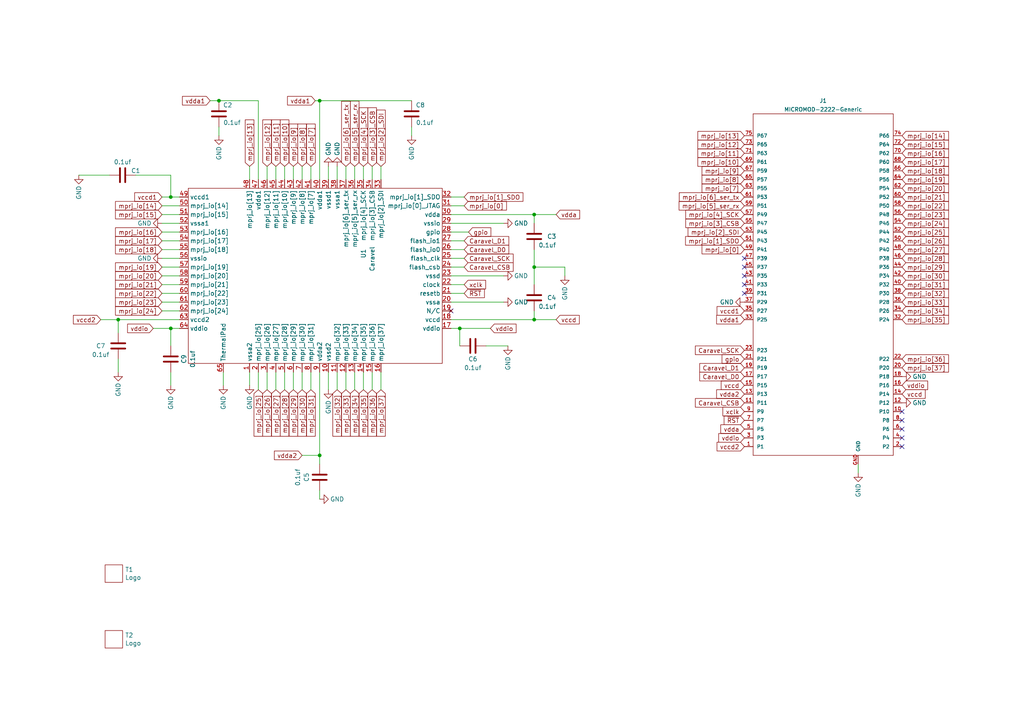
<source format=kicad_sch>
(kicad_sch (version 20230121) (generator eeschema)
  (paper "A4")
  (title_block (title "Carvel Breakout board as M.2 Card "))
  (lib_symbols
    (symbol "Caravel:Logo" (pin_names (offset 1.016))
      (property "Reference" "T" (at -1.27 2.54 0))
      (property "Value" "Logo" (at 1.27 -1.27 0))
      (symbol "Logo_0_1"
        (rectangle (start -1.27 1.27) (end 3.81 -3.81))
      )
    )
    (symbol "Caravel_board:Caravel"
      (property "Reference" "U" (at 0 0 0))
      (property "Value" "Caravel" (at 0 0 0))
      (symbol "Caravel_0_1"
        (rectangle (start -26.67 40.64) (end 24.13 -33.02))
      )
      (symbol "Caravel_1_1"
        (pin power_in line (at -29.21 22.86 0) (length 2.54) (name "vssa2") (number "1"))
        (pin power_in line (at -29.21 0 0) (length 2.54) (name "vssd2") (number "10"))
        (pin bidirectional line (at -29.21 -2.54 0) (length 2.54) (name "mprj_io[32]") (number "11"))
        (pin bidirectional line (at -29.21 -5.08 0) (length 2.54) (name "mprj_io[33]") (number "12"))
        (pin bidirectional line (at -29.21 -7.62 0) (length 2.54) (name "mprj_io[34]") (number "13"))
        (pin bidirectional line (at -29.21 -10.16 0) (length 2.54) (name "mprj_io[35]") (number "14"))
        (pin bidirectional line (at -29.21 -12.7 0) (length 2.54) (name "mprj_io[36]") (number "15"))
        (pin bidirectional line (at -29.21 -15.24 0) (length 2.54) (name "mprj_io[37]") (number "16"))
        (pin power_in line (at -16.51 -35.56 90) (length 2.54) (name "vddio") (number "17"))
        (pin power_in line (at -13.97 -35.56 90) (length 2.54) (name "vccd") (number "18"))
        (pin no_connect line (at -11.43 -35.56 90) (length 2.54) (name "N/C") (number "19"))
        (pin bidirectional line (at -29.21 20.32 0) (length 2.54) (name "mprj_io[25]") (number "2"))
        (pin power_in line (at -8.89 -35.56 90) (length 2.54) (name "vssa") (number "20"))
        (pin input line (at -6.35 -35.56 90) (length 2.54) (name "resetb") (number "21"))
        (pin input line (at -3.81 -35.56 90) (length 2.54) (name "clock") (number "22"))
        (pin power_in line (at -1.27 -35.56 90) (length 2.54) (name "vssd") (number "23"))
        (pin output line (at 1.27 -35.56 90) (length 2.54) (name "flash_csb") (number "24"))
        (pin output line (at 3.81 -35.56 90) (length 2.54) (name "flash_clk") (number "25"))
        (pin bidirectional line (at 6.35 -35.56 90) (length 2.54) (name "flash_io0") (number "26"))
        (pin bidirectional line (at 8.89 -35.56 90) (length 2.54) (name "flash_io1") (number "27"))
        (pin bidirectional line (at 11.43 -35.56 90) (length 2.54) (name "gpio") (number "28"))
        (pin power_in line (at 13.97 -35.56 90) (length 2.54) (name "vssio") (number "29"))
        (pin bidirectional line (at -29.21 17.78 0) (length 2.54) (name "mprj_io[26]") (number "3"))
        (pin power_in line (at 16.51 -35.56 90) (length 2.54) (name "vdda") (number "30"))
        (pin bidirectional line (at 19.05 -35.56 90) (length 2.54) (name "mprj_io[0]_JTAG") (number "31"))
        (pin bidirectional line (at 21.59 -35.56 90) (length 2.54) (name "mprj_io[1]_SDO") (number "32"))
        (pin bidirectional line (at 26.67 -15.24 180) (length 2.54) (name "mprj_io[2]_SDI") (number "33"))
        (pin bidirectional line (at 26.67 -12.7 180) (length 2.54) (name "mprj_io[3]_CSB") (number "34"))
        (pin bidirectional line (at 26.67 -10.16 180) (length 2.54) (name "mprj_io[4]_SCK") (number "35"))
        (pin bidirectional line (at 26.67 -7.62 180) (length 2.54) (name "mprj_io[5]_ser_rx") (number "36"))
        (pin bidirectional line (at 26.67 -5.08 180) (length 2.54) (name "mprj_io[6]_ser_tx") (number "37"))
        (pin power_in line (at 26.67 -2.54 180) (length 2.54) (name "vssa1") (number "38"))
        (pin power_in line (at 26.67 0 180) (length 2.54) (name "vssd1") (number "39"))
        (pin bidirectional line (at -29.21 15.24 0) (length 2.54) (name "mprj_io[27]") (number "4"))
        (pin power_in line (at 26.67 2.54 180) (length 2.54) (name "vdda1") (number "40"))
        (pin bidirectional line (at 26.67 5.08 180) (length 2.54) (name "mprj_io[7]") (number "41"))
        (pin bidirectional line (at 26.67 7.62 180) (length 2.54) (name "mprj_io[8]") (number "42"))
        (pin bidirectional line (at 26.67 10.16 180) (length 2.54) (name "mprj_io[9]") (number "43"))
        (pin bidirectional line (at 26.67 12.7 180) (length 2.54) (name "mprj_io[10]") (number "44"))
        (pin bidirectional line (at 26.67 15.24 180) (length 2.54) (name "mprj_io[11]") (number "45"))
        (pin bidirectional line (at 26.67 17.78 180) (length 2.54) (name "mprj_io[12]") (number "46"))
        (pin power_in line (at 26.67 20.32 180) (length 2.54) (name "vdda1") (number "47"))
        (pin bidirectional line (at 26.67 22.86 180) (length 2.54) (name "mprj_io[13]") (number "48"))
        (pin power_in line (at 21.59 43.18 270) (length 2.54) (name "vccd1") (number "49"))
        (pin bidirectional line (at -29.21 12.7 0) (length 2.54) (name "mprj_io[28]") (number "5"))
        (pin bidirectional line (at 19.05 43.18 270) (length 2.54) (name "mprj_io[14]") (number "50"))
        (pin bidirectional line (at 16.51 43.18 270) (length 2.54) (name "mprj_io[15]") (number "51"))
        (pin power_in line (at 13.97 43.18 270) (length 2.54) (name "vssa1") (number "52"))
        (pin bidirectional line (at 11.43 43.18 270) (length 2.54) (name "mprj_io[16]") (number "53"))
        (pin bidirectional line (at 8.89 43.18 270) (length 2.54) (name "mprj_io[17]") (number "54"))
        (pin bidirectional line (at 6.35 43.18 270) (length 2.54) (name "mprj_io[18]") (number "55"))
        (pin power_in line (at 3.81 43.18 270) (length 2.54) (name "vssio") (number "56"))
        (pin bidirectional line (at 1.27 43.18 270) (length 2.54) (name "mprj_io[19]") (number "57"))
        (pin bidirectional line (at -1.27 43.18 270) (length 2.54) (name "mprj_io[20]") (number "58"))
        (pin bidirectional line (at -3.81 43.18 270) (length 2.54) (name "mprj_io[21]") (number "59"))
        (pin bidirectional line (at -29.21 10.16 0) (length 2.54) (name "mprj_io[29]") (number "6"))
        (pin bidirectional line (at -6.35 43.18 270) (length 2.54) (name "mprj_io[22]") (number "60"))
        (pin bidirectional line (at -8.89 43.18 270) (length 2.54) (name "mprj_io[23]") (number "61"))
        (pin bidirectional line (at -11.43 43.18 270) (length 2.54) (name "mprj_io[24]") (number "62"))
        (pin power_in line (at -13.97 43.18 270) (length 2.54) (name "vccd2") (number "63"))
        (pin power_in line (at -16.51 43.18 270) (length 2.54) (name "vddio") (number "64"))
        (pin power_in line (at -29.21 30.48 0) (length 2.54) (name "ThermalPad") (number "65"))
        (pin bidirectional line (at -29.21 7.62 0) (length 2.54) (name "mprj_io[30]") (number "7"))
        (pin bidirectional line (at -29.21 5.08 0) (length 2.54) (name "mprj_io[31]") (number "8"))
        (pin power_in line (at -29.21 2.54 0) (length 2.54) (name "vdda2") (number "9"))
      )
    )
    (symbol "Device:C" (pin_numbers hide) (pin_names (offset 0.254))
      (property "Reference" "C" (at 0.635 2.54 0))
      (property "Value" "C" (at 0.635 -2.54 0))
      (symbol "C_0_1"
        (polyline (pts (xy -2.032 -0.762) (xy 2.032 -0.762)) (stroke (width 0.508)))
        (polyline (pts (xy -2.032 0.762) (xy 2.032 0.762)) (stroke (width 0.508)))
      )
      (symbol "C_1_1"
        (pin passive line (at 0 3.81 270) (length 2.794) (name "~") (number "1"))
        (pin passive line (at 0 -3.81 90) (length 2.794) (name "~") (number "2"))
      )
    )
    (symbol "MicroMod-Sparkfun:MICROMOD-2222-Generic" (pin_names (offset 1.016))
      (property "Reference" "J" (at -20.32 53.848 0))
      (property "Value" "MICROMOD-2222-Generic" (at -20.32 -48.26 0))
      (symbol "MICROMOD-2222-Generic_1_0"
        (polyline (pts (xy -20.32 -45.72) (xy -20.32 53.34)))
        (polyline (pts (xy -20.32 53.34) (xy 20.32 53.34)))
        (polyline (pts (xy 20.32 -45.72) (xy -20.32 -45.72)))
        (polyline (pts (xy 20.32 53.34) (xy 20.32 -45.72)))
      )
      (symbol "MICROMOD-2222-Generic_1_1"
        (pin bidirectional line (at -22.86 -43.18 0) (length 2.54) (name "P1") (number "1"))
        (pin bidirectional line (at 22.86 -33.02 180) (length 2.54) (name "P10") (number "10"))
        (pin bidirectional line (at -22.86 -30.48 0) (length 2.54) (name "P11") (number "11"))
        (pin bidirectional line (at 22.86 -30.48 180) (length 2.54) (name "P12") (number "12"))
        (pin bidirectional line (at -22.86 -27.94 0) (length 2.54) (name "P13") (number "13"))
        (pin bidirectional line (at 22.86 -27.94 180) (length 2.54) (name "P14") (number "14"))
        (pin bidirectional line (at -22.86 -25.4 0) (length 2.54) (name "P15") (number "15"))
        (pin bidirectional line (at 22.86 -25.4 180) (length 2.54) (name "P16") (number "16"))
        (pin bidirectional line (at -22.86 -22.86 0) (length 2.54) (name "P17") (number "17"))
        (pin bidirectional line (at 22.86 -22.86 180) (length 2.54) (name "P18") (number "18"))
        (pin bidirectional line (at -22.86 -20.32 0) (length 2.54) (name "P19") (number "19"))
        (pin bidirectional line (at 22.86 -43.18 180) (length 2.54) (name "P2") (number "2"))
        (pin bidirectional line (at 22.86 -20.32 180) (length 2.54) (name "P20") (number "20"))
        (pin bidirectional line (at -22.86 -17.78 0) (length 2.54) (name "P21") (number "21"))
        (pin bidirectional line (at 22.86 -17.78 180) (length 2.54) (name "P22") (number "22"))
        (pin bidirectional line (at -22.86 -15.24 0) (length 2.54) (name "P23") (number "23"))
        (pin bidirectional line (at -22.86 -40.64 0) (length 2.54) (name "P3") (number "3"))
        (pin bidirectional line (at 22.86 -6.35 180) (length 2.54) (name "P24") (number "32"))
        (pin bidirectional line (at -22.86 -6.35 0) (length 2.54) (name "P25") (number "33"))
        (pin bidirectional line (at 22.86 -3.81 180) (length 2.54) (name "P26") (number "34"))
        (pin bidirectional line (at -22.86 -3.81 0) (length 2.54) (name "P27") (number "35"))
        (pin bidirectional line (at 22.86 -1.27 180) (length 2.54) (name "P28") (number "36"))
        (pin bidirectional line (at -22.86 -1.27 0) (length 2.54) (name "P29") (number "37"))
        (pin bidirectional line (at 22.86 1.27 180) (length 2.54) (name "P30") (number "38"))
        (pin bidirectional line (at -22.86 1.27 0) (length 2.54) (name "P31") (number "39"))
        (pin bidirectional line (at 22.86 -40.64 180) (length 2.54) (name "P4") (number "4"))
        (pin bidirectional line (at 22.86 3.81 180) (length 2.54) (name "P32") (number "40"))
        (pin bidirectional line (at -22.86 3.81 0) (length 2.54) (name "P33") (number "41"))
        (pin bidirectional line (at 22.86 6.35 180) (length 2.54) (name "P34") (number "42"))
        (pin bidirectional line (at -22.86 6.35 0) (length 2.54) (name "P35") (number "43"))
        (pin bidirectional line (at 22.86 8.89 180) (length 2.54) (name "P36") (number "44"))
        (pin bidirectional line (at -22.86 8.89 0) (length 2.54) (name "P37") (number "45"))
        (pin bidirectional line (at 22.86 11.43 180) (length 2.54) (name "P38") (number "46"))
        (pin bidirectional line (at -22.86 11.43 0) (length 2.54) (name "P39") (number "47"))
        (pin bidirectional line (at 22.86 13.97 180) (length 2.54) (name "P40") (number "48"))
        (pin bidirectional line (at -22.86 13.97 0) (length 2.54) (name "P41") (number "49"))
        (pin bidirectional line (at -22.86 -38.1 0) (length 2.54) (name "P5") (number "5"))
        (pin bidirectional line (at 22.86 16.51 180) (length 2.54) (name "P42") (number "50"))
        (pin bidirectional line (at -22.86 16.51 0) (length 2.54) (name "P43") (number "51"))
        (pin bidirectional line (at 22.86 19.05 180) (length 2.54) (name "P44") (number "52"))
        (pin bidirectional line (at -22.86 19.05 0) (length 2.54) (name "P45") (number "53"))
        (pin bidirectional line (at 22.86 21.59 180) (length 2.54) (name "P46") (number "54"))
        (pin bidirectional line (at -22.86 21.59 0) (length 2.54) (name "P47") (number "55"))
        (pin bidirectional line (at 22.86 24.13 180) (length 2.54) (name "P48") (number "56"))
        (pin bidirectional line (at -22.86 24.13 0) (length 2.54) (name "P49") (number "57"))
        (pin bidirectional line (at 22.86 26.67 180) (length 2.54) (name "P50") (number "58"))
        (pin bidirectional line (at -22.86 26.67 0) (length 2.54) (name "P51") (number "59"))
        (pin bidirectional line (at 22.86 -38.1 180) (length 2.54) (name "P6") (number "6"))
        (pin bidirectional line (at 22.86 29.21 180) (length 2.54) (name "P52") (number "60"))
        (pin bidirectional line (at -22.86 29.21 0) (length 2.54) (name "P53") (number "61"))
        (pin bidirectional line (at 22.86 31.75 180) (length 2.54) (name "P54") (number "62"))
        (pin bidirectional line (at -22.86 31.75 0) (length 2.54) (name "P55") (number "63"))
        (pin bidirectional line (at 22.86 34.29 180) (length 2.54) (name "P56") (number "64"))
        (pin bidirectional line (at -22.86 34.29 0) (length 2.54) (name "P57") (number "65"))
        (pin bidirectional line (at 22.86 36.83 180) (length 2.54) (name "P58") (number "66"))
        (pin bidirectional line (at -22.86 36.83 0) (length 2.54) (name "P59") (number "67"))
        (pin bidirectional line (at 22.86 39.37 180) (length 2.54) (name "P60") (number "68"))
        (pin bidirectional line (at -22.86 39.37 0) (length 2.54) (name "P61") (number "69"))
        (pin bidirectional line (at -22.86 -35.56 0) (length 2.54) (name "P7") (number "7"))
        (pin bidirectional line (at 22.86 41.91 180) (length 2.54) (name "P62") (number "70"))
        (pin bidirectional line (at -22.86 41.91 0) (length 2.54) (name "P63") (number "71"))
        (pin bidirectional line (at 22.86 44.45 180) (length 2.54) (name "P64") (number "72"))
        (pin bidirectional line (at -22.86 44.45 0) (length 2.54) (name "P65") (number "73"))
        (pin bidirectional line (at 22.86 46.99 180) (length 2.54) (name "P66") (number "74"))
        (pin bidirectional line (at -22.86 46.99 0) (length 2.54) (name "P67") (number "75"))
        (pin bidirectional line (at 22.86 -35.56 180) (length 2.54) (name "P8") (number "8"))
        (pin bidirectional line (at -22.86 -33.02 0) (length 2.54) (name "P9") (number "9"))
        (pin bidirectional line (at 10.16 -48.26 90) (length 2.54) (name "GND") (number "GND"))
      )
    )
    (symbol "power:GND" (power) (pin_names (offset 0))
      (property "Value" "GND" (at 0 -3.81 0))
      (symbol "GND_0_1"
        (polyline (pts (xy 0 0) (xy 0 -1.27) (xy 1.27 -1.27) (xy 0 -2.54) (xy -1.27 -1.27) (xy 0 -1.27)))
      )
      (symbol "GND_1_1"
        (pin power_in line (at 0 0 270) (length 0) hide (name "GND") (number "1"))
      )
    )
  )
  (junction (at 92.71 132.08))
  (junction (at 63.5 29.21))
  (junction (at 154.94 77.47))
  (junction (at 154.94 62.23))
  (junction (at 34.29 92.71))
  (junction (at 154.94 92.71))
  (junction (at 92.71 29.21))
  (junction (at 49.53 95.25))
  (junction (at 49.53 57.15))
  (junction (at 133.35 95.25))
  (no_connect (at 215.9 74.93))
  (no_connect (at 215.9 80.01))
  (no_connect (at 261.62 129.54))
  (no_connect (at 215.9 82.55))
  (no_connect (at 261.62 119.38))
  (no_connect (at 261.62 127))
  (no_connect (at 261.62 121.92))
  (no_connect (at 215.9 77.47))
  (no_connect (at 261.62 124.46))
  (no_connect (at 130.81 90.17))
  (no_connect (at 215.9 85.09))
  (wire (pts (xy 34.29 92.71) (xy 34.29 96.52)))
  (wire (pts (xy 110.49 113.03) (xy 110.49 107.95)))
  (wire (pts (xy 49.53 95.25) (xy 49.53 100.33)))
  (wire (pts (xy 92.71 29.21) (xy 119.38 29.21)))
  (wire (pts (xy 90.17 113.03) (xy 90.17 107.95)))
  (wire (pts (xy 102.87 113.03) (xy 102.87 107.95)))
  (wire (pts (xy 49.53 50.8) (xy 39.37 50.8)))
  (wire (pts (xy 52.07 80.01) (xy 46.99 80.01)))
  (wire (pts (xy 82.55 48.26) (xy 82.55 52.07)))
  (wire (pts (xy 52.07 77.47) (xy 46.99 77.47)))
  (wire (pts (xy 105.41 113.03) (xy 105.41 107.95)))
  (wire (pts (xy 154.94 92.71) (xy 130.81 92.71)))
  (wire (pts (xy 92.71 142.24) (xy 92.71 144.78)))
  (wire (pts (xy 64.77 107.95) (xy 64.77 111.76)))
  (wire (pts (xy 154.94 72.39) (xy 154.94 77.47)))
  (wire (pts (xy 87.63 48.26) (xy 87.63 52.07)))
  (wire (pts (xy 52.07 82.55) (xy 46.99 82.55)))
  (wire (pts (xy 72.39 48.26) (xy 72.39 52.07)))
  (wire (pts (xy 52.07 59.69) (xy 46.99 59.69)))
  (wire (pts (xy 133.35 95.25) (xy 142.24 95.25)))
  (wire (pts (xy 154.94 77.47) (xy 154.94 82.55)))
  (wire (pts (xy 52.07 72.39) (xy 46.99 72.39)))
  (wire (pts (xy 135.89 67.31) (xy 130.81 67.31)))
  (wire (pts (xy 107.95 48.26) (xy 107.95 52.07)))
  (wire (pts (xy 74.93 52.07) (xy 74.93 29.21)))
  (wire (pts (xy 95.25 107.95) (xy 95.25 113.03)))
  (wire (pts (xy 46.99 62.23) (xy 52.07 62.23)))
  (wire (pts (xy 146.05 64.77) (xy 130.81 64.77)))
  (wire (pts (xy 105.41 48.26) (xy 105.41 52.07)))
  (wire (pts (xy 130.81 62.23) (xy 154.94 62.23)))
  (wire (pts (xy 154.94 90.17) (xy 154.94 92.71)))
  (wire (pts (xy 134.62 82.55) (xy 130.81 82.55)))
  (wire (pts (xy 90.17 48.26) (xy 90.17 52.07)))
  (wire (pts (xy 82.55 113.03) (xy 82.55 107.95)))
  (wire (pts (xy 100.33 48.26) (xy 100.33 52.07)))
  (wire (pts (xy 49.53 57.15) (xy 52.07 57.15)))
  (wire (pts (xy 154.94 77.47) (xy 163.83 77.47)))
  (wire (pts (xy 134.62 72.39) (xy 130.81 72.39)))
  (wire (pts (xy 49.53 57.15) (xy 49.53 50.8)))
  (wire (pts (xy 34.29 92.71) (xy 29.21 92.71)))
  (wire (pts (xy 146.05 87.63) (xy 130.81 87.63)))
  (wire (pts (xy 92.71 134.62) (xy 92.71 132.08)))
  (wire (pts (xy 134.62 77.47) (xy 130.81 77.47)))
  (wire (pts (xy 133.35 95.25) (xy 133.35 100.33)))
  (wire (pts (xy 161.29 62.23) (xy 154.94 62.23)))
  (wire (pts (xy 52.07 67.31) (xy 46.99 67.31)))
  (wire (pts (xy 74.93 29.21) (xy 63.5 29.21)))
  (wire (pts (xy 52.07 69.85) (xy 46.99 69.85)))
  (wire (pts (xy 22.86 50.8) (xy 31.75 50.8)))
  (wire (pts (xy 248.92 134.62) (xy 248.92 137.16)))
  (wire (pts (xy 102.87 48.26) (xy 102.87 52.07)))
  (wire (pts (xy 74.93 113.03) (xy 74.93 107.95)))
  (wire (pts (xy 34.29 104.14) (xy 34.29 107.95)))
  (wire (pts (xy 134.62 69.85) (xy 130.81 69.85)))
  (wire (pts (xy 46.99 74.93) (xy 52.07 74.93)))
  (wire (pts (xy 92.71 29.21) (xy 91.44 29.21)))
  (wire (pts (xy 85.09 113.03) (xy 85.09 107.95)))
  (wire (pts (xy 163.83 77.47) (xy 163.83 80.01)))
  (wire (pts (xy 107.95 113.03) (xy 107.95 107.95)))
  (wire (pts (xy 52.07 90.17) (xy 46.99 90.17)))
  (wire (pts (xy 146.05 80.01) (xy 130.81 80.01)))
  (wire (pts (xy 44.45 95.25) (xy 49.53 95.25)))
  (wire (pts (xy 92.71 107.95) (xy 92.71 132.08)))
  (wire (pts (xy 63.5 39.37) (xy 63.5 36.83)))
  (wire (pts (xy 52.07 85.09) (xy 46.99 85.09)))
  (wire (pts (xy 80.01 48.26) (xy 80.01 52.07)))
  (wire (pts (xy 46.99 64.77) (xy 52.07 64.77)))
  (wire (pts (xy 133.35 95.25) (xy 130.81 95.25)))
  (wire (pts (xy 147.32 100.33) (xy 140.97 100.33)))
  (wire (pts (xy 110.49 52.07) (xy 110.49 48.26)))
  (wire (pts (xy 100.33 113.03) (xy 100.33 107.95)))
  (wire (pts (xy 92.71 132.08) (xy 87.63 132.08)))
  (wire (pts (xy 46.99 57.15) (xy 49.53 57.15)))
  (wire (pts (xy 134.62 59.69) (xy 130.81 59.69)))
  (wire (pts (xy 72.39 107.95) (xy 72.39 111.76)))
  (wire (pts (xy 97.79 48.26) (xy 97.79 52.07)))
  (wire (pts (xy 134.62 85.09) (xy 130.81 85.09)))
  (wire (pts (xy 154.94 62.23) (xy 154.94 64.77)))
  (wire (pts (xy 34.29 92.71) (xy 52.07 92.71)))
  (wire (pts (xy 85.09 48.26) (xy 85.09 52.07)))
  (wire (pts (xy 49.53 107.95) (xy 49.53 111.76)))
  (wire (pts (xy 92.71 29.21) (xy 92.71 52.07)))
  (wire (pts (xy 52.07 87.63) (xy 46.99 87.63)))
  (wire (pts (xy 80.01 113.03) (xy 80.01 107.95)))
  (wire (pts (xy 161.29 92.71) (xy 154.94 92.71)))
  (wire (pts (xy 49.53 95.25) (xy 52.07 95.25)))
  (wire (pts (xy 95.25 52.07) (xy 95.25 48.26)))
  (wire (pts (xy 77.47 48.26) (xy 77.47 52.07)))
  (wire (pts (xy 119.38 39.37) (xy 119.38 36.83)))
  (wire (pts (xy 134.62 74.93) (xy 130.81 74.93)))
  (wire (pts (xy 63.5 29.21) (xy 60.96 29.21)))
  (wire (pts (xy 97.79 113.03) (xy 97.79 107.95)))
  (wire (pts (xy 87.63 113.03) (xy 87.63 107.95)))
  (wire (pts (xy 134.62 57.15) (xy 130.81 57.15)))
  (wire (pts (xy 77.47 113.03) (xy 77.47 107.95)))
  (global_label "mprj_io[16]" (shape input) (at 261.62 44.45 0) (property "Intersheetrefs" "${INTERSHEET_REFS}" (effects hide)))
  (global_label "mprj_io[2]_SDI" (shape input) (at 215.9 67.31 180) (property "Intersheetrefs" "${INTERSHEET_REFS}" (effects hide)))
  (global_label "mprj_io[31]" (shape input) (at 261.62 82.55 0) (property "Intersheetrefs" "${INTERSHEET_REFS}" (effects hide)))
  (global_label "mprj_io[22]" (shape input) (at 46.99 85.09 180) (property "Intersheetrefs" "${INTERSHEET_REFS}" (effects hide)))
  (global_label "vccd1" (shape input) (at 46.99 57.15 180) (property "Intersheetrefs" "${INTERSHEET_REFS}" (effects hide)))
  (global_label "mprj_io[12]" (shape input) (at 215.9 41.91 180) (property "Intersheetrefs" "${INTERSHEET_REFS}" (effects hide)))
  (global_label "gpio" (shape input) (at 215.9 104.14 180) (property "Intersheetrefs" "${INTERSHEET_REFS}" (effects hide)))
  (global_label "mprj_io[4]_SCK" (shape input) (at 215.9 62.23 180) (property "Intersheetrefs" "${INTERSHEET_REFS}" (effects hide)))
  (global_label "mprj_io[12]" (shape input) (at 77.47 48.26 90) (property "Intersheetrefs" "${INTERSHEET_REFS}" (effects hide)))
  (global_label "mprj_io[6]_ser_tx" (shape input) (at 215.9 57.15 180) (property "Intersheetrefs" "${INTERSHEET_REFS}" (effects hide)))
  (global_label "mprj_io[14]" (shape input) (at 46.99 59.69 180) (property "Intersheetrefs" "${INTERSHEET_REFS}" (effects hide)))
  (global_label "mprj_io[2]_SDI" (shape input) (at 110.49 48.26 90) (property "Intersheetrefs" "${INTERSHEET_REFS}" (effects hide)))
  (global_label "mprj_io[3]_CSB" (shape input) (at 215.9 64.77 180) (property "Intersheetrefs" "${INTERSHEET_REFS}" (effects hide)))
  (global_label "vccd" (shape input) (at 161.29 92.71 0) (property "Intersheetrefs" "${INTERSHEET_REFS}" (effects hide)))
  (global_label "mprj_io[1]_SDO" (shape input) (at 215.9 69.85 180) (property "Intersheetrefs" "${INTERSHEET_REFS}" (effects hide)))
  (global_label "mprj_io[0]" (shape input) (at 215.9 72.39 180) (property "Intersheetrefs" "${INTERSHEET_REFS}" (effects hide)))
  (global_label "mprj_io[36]" (shape input) (at 261.62 104.14 0) (property "Intersheetrefs" "${INTERSHEET_REFS}" (effects hide)))
  (global_label "mprj_io[3]_CSB" (shape input) (at 107.95 48.26 90) (property "Intersheetrefs" "${INTERSHEET_REFS}" (effects hide)))
  (global_label "mprj_io[25]" (shape input) (at 74.93 113.03 270) (property "Intersheetrefs" "${INTERSHEET_REFS}" (effects hide)))
  (global_label "vddio" (shape input) (at 261.62 111.76 0) (property "Intersheetrefs" "${INTERSHEET_REFS}" (effects hide)))
  (global_label "mprj_io[34]" (shape input) (at 261.62 90.17 0) (property "Intersheetrefs" "${INTERSHEET_REFS}" (effects hide)))
  (global_label "mprj_io[18]" (shape input) (at 261.62 49.53 0) (property "Intersheetrefs" "${INTERSHEET_REFS}" (effects hide)))
  (global_label "mprj_io[30]" (shape input) (at 261.62 80.01 0) (property "Intersheetrefs" "${INTERSHEET_REFS}" (effects hide)))
  (global_label "mprj_io[1]_SDO" (shape input) (at 134.62 57.15 0) (property "Intersheetrefs" "${INTERSHEET_REFS}" (effects hide)))
  (global_label "mprj_io[15]" (shape input) (at 46.99 62.23 180) (property "Intersheetrefs" "${INTERSHEET_REFS}" (effects hide)))
  (global_label "mprj_io[23]" (shape input) (at 46.99 87.63 180) (property "Intersheetrefs" "${INTERSHEET_REFS}" (effects hide)))
  (global_label "mprj_io[23]" (shape input) (at 261.62 62.23 0) (property "Intersheetrefs" "${INTERSHEET_REFS}" (effects hide)))
  (global_label "mprj_io[37]" (shape input) (at 110.49 113.03 270) (property "Intersheetrefs" "${INTERSHEET_REFS}" (effects hide)))
  (global_label "xclk" (shape input) (at 215.9 119.38 180) (property "Intersheetrefs" "${INTERSHEET_REFS}" (effects hide)))
  (global_label "mprj_io[13]" (shape input) (at 215.9 39.37 180) (property "Intersheetrefs" "${INTERSHEET_REFS}" (effects hide)))
  (global_label "mprj_io[6]_ser_tx" (shape input) (at 100.33 48.26 90) (property "Intersheetrefs" "${INTERSHEET_REFS}" (effects hide)))
  (global_label "Caravel_D0" (shape input) (at 215.9 109.22 180) (property "Intersheetrefs" "${INTERSHEET_REFS}" (effects hide)))
  (global_label "Caravel_CSB" (shape input) (at 215.9 116.84 180) (property "Intersheetrefs" "${INTERSHEET_REFS}" (effects hide)))
  (global_label "mprj_io[36]" (shape input) (at 107.95 113.03 270) (property "Intersheetrefs" "${INTERSHEET_REFS}" (effects hide)))
  (global_label "mprj_io[35]" (shape input) (at 261.62 92.71 0) (property "Intersheetrefs" "${INTERSHEET_REFS}" (effects hide)))
  (global_label "vdda1" (shape input) (at 215.9 92.71 180) (property "Intersheetrefs" "${INTERSHEET_REFS}" (effects hide)))
  (global_label "vddio" (shape input) (at 44.45 95.25 180) (property "Intersheetrefs" "${INTERSHEET_REFS}" (effects hide)))
  (global_label "Caravel_D1" (shape input) (at 134.62 69.85 0) (property "Intersheetrefs" "${INTERSHEET_REFS}" (effects hide)))
  (global_label "vdda1" (shape input) (at 60.96 29.21 180) (property "Intersheetrefs" "${INTERSHEET_REFS}" (effects hide)))
  (global_label "vccd1" (shape input) (at 215.9 90.17 180) (property "Intersheetrefs" "${INTERSHEET_REFS}" (effects hide)))
  (global_label "mprj_io[7]" (shape input) (at 90.17 48.26 90) (property "Intersheetrefs" "${INTERSHEET_REFS}" (effects hide)))
  (global_label "vdda2" (shape input) (at 215.9 114.3 180) (property "Intersheetrefs" "${INTERSHEET_REFS}" (effects hide)))
  (global_label "mprj_io[34]" (shape input) (at 102.87 113.03 270) (property "Intersheetrefs" "${INTERSHEET_REFS}" (effects hide)))
  (global_label "mprj_io[9]" (shape input) (at 85.09 48.26 90) (property "Intersheetrefs" "${INTERSHEET_REFS}" (effects hide)))
  (global_label "vdda" (shape input) (at 161.29 62.23 0) (property "Intersheetrefs" "${INTERSHEET_REFS}" (effects hide)))
  (global_label "vdda1" (shape input) (at 91.44 29.21 180) (property "Intersheetrefs" "${INTERSHEET_REFS}" (effects hide)))
  (global_label "mprj_io[19]" (shape input) (at 46.99 77.47 180) (property "Intersheetrefs" "${INTERSHEET_REFS}" (effects hide)))
  (global_label "mprj_io[21]" (shape input) (at 261.62 57.15 0) (property "Intersheetrefs" "${INTERSHEET_REFS}" (effects hide)))
  (global_label "mprj_io[4]_SCK" (shape input) (at 105.41 48.26 90) (property "Intersheetrefs" "${INTERSHEET_REFS}" (effects hide)))
  (global_label "mprj_io[17]" (shape input) (at 261.62 46.99 0) (property "Intersheetrefs" "${INTERSHEET_REFS}" (effects hide)))
  (global_label "mprj_io[27]" (shape input) (at 261.62 72.39 0) (property "Intersheetrefs" "${INTERSHEET_REFS}" (effects hide)))
  (global_label "mprj_io[21]" (shape input) (at 46.99 82.55 180) (property "Intersheetrefs" "${INTERSHEET_REFS}" (effects hide)))
  (global_label "mprj_io[18]" (shape input) (at 46.99 72.39 180) (property "Intersheetrefs" "${INTERSHEET_REFS}" (effects hide)))
  (global_label "vdda2" (shape input) (at 87.63 132.08 180) (property "Intersheetrefs" "${INTERSHEET_REFS}" (effects hide)))
  (global_label "mprj_io[33]" (shape input) (at 261.62 87.63 0) (property "Intersheetrefs" "${INTERSHEET_REFS}" (effects hide)))
  (global_label "mprj_io[20]" (shape input) (at 261.62 54.61 0) (property "Intersheetrefs" "${INTERSHEET_REFS}" (effects hide)))
  (global_label "mprj_io[5]_ser_rx" (shape input) (at 102.87 48.26 90) (property "Intersheetrefs" "${INTERSHEET_REFS}" (effects hide)))
  (global_label "xclk" (shape input) (at 134.62 82.55 0) (property "Intersheetrefs" "${INTERSHEET_REFS}" (effects hide)))
  (global_label "~{RST}" (shape input) (at 215.9 121.92 180) (property "Intersheetrefs" "${INTERSHEET_REFS}" (effects hide)))
  (global_label "vccd2" (shape input) (at 29.21 92.71 180) (property "Intersheetrefs" "${INTERSHEET_REFS}" (effects hide)))
  (global_label "mprj_io[5]_ser_rx" (shape input) (at 215.9 59.69 180) (property "Intersheetrefs" "${INTERSHEET_REFS}" (effects hide)))
  (global_label "vdda" (shape input) (at 215.9 124.46 180) (property "Intersheetrefs" "${INTERSHEET_REFS}" (effects hide)))
  (global_label "vccd" (shape input) (at 261.62 114.3 0) (property "Intersheetrefs" "${INTERSHEET_REFS}" (effects hide)))
  (global_label "mprj_io[35]" (shape input) (at 105.41 113.03 270) (property "Intersheetrefs" "${INTERSHEET_REFS}" (effects hide)))
  (global_label "mprj_io[17]" (shape input) (at 46.99 69.85 180) (property "Intersheetrefs" "${INTERSHEET_REFS}" (effects hide)))
  (global_label "mprj_io[7]" (shape input) (at 215.9 54.61 180) (property "Intersheetrefs" "${INTERSHEET_REFS}" (effects hide)))
  (global_label "mprj_io[24]" (shape input) (at 261.62 64.77 0) (property "Intersheetrefs" "${INTERSHEET_REFS}" (effects hide)))
  (global_label "mprj_io[27]" (shape input) (at 80.01 113.03 270) (property "Intersheetrefs" "${INTERSHEET_REFS}" (effects hide)))
  (global_label "vddio" (shape input) (at 142.24 95.25 0) (property "Intersheetrefs" "${INTERSHEET_REFS}" (effects hide)))
  (global_label "mprj_io[28]" (shape input) (at 261.62 74.93 0) (property "Intersheetrefs" "${INTERSHEET_REFS}" (effects hide)))
  (global_label "mprj_io[9]" (shape input) (at 215.9 49.53 180) (property "Intersheetrefs" "${INTERSHEET_REFS}" (effects hide)))
  (global_label "mprj_io[10]" (shape input) (at 215.9 46.99 180) (property "Intersheetrefs" "${INTERSHEET_REFS}" (effects hide)))
  (global_label "mprj_io[30]" (shape input) (at 87.63 113.03 270) (property "Intersheetrefs" "${INTERSHEET_REFS}" (effects hide)))
  (global_label "mprj_io[31]" (shape input) (at 90.17 113.03 270) (property "Intersheetrefs" "${INTERSHEET_REFS}" (effects hide)))
  (global_label "Caravel_D0" (shape input) (at 134.62 72.39 0) (property "Intersheetrefs" "${INTERSHEET_REFS}" (effects hide)))
  (global_label "mprj_io[8]" (shape input) (at 87.63 48.26 90) (property "Intersheetrefs" "${INTERSHEET_REFS}" (effects hide)))
  (global_label "mprj_io[11]" (shape input) (at 80.01 48.26 90) (property "Intersheetrefs" "${INTERSHEET_REFS}" (effects hide)))
  (global_label "mprj_io[16]" (shape input) (at 46.99 67.31 180) (property "Intersheetrefs" "${INTERSHEET_REFS}" (effects hide)))
  (global_label "Caravel_SCK" (shape input) (at 134.62 74.93 0) (property "Intersheetrefs" "${INTERSHEET_REFS}" (effects hide)))
  (global_label "Caravel_SCK" (shape input) (at 215.9 101.6 180) (property "Intersheetrefs" "${INTERSHEET_REFS}" (effects hide)))
  (global_label "mprj_io[37]" (shape input) (at 261.62 106.68 0) (property "Intersheetrefs" "${INTERSHEET_REFS}" (effects hide)))
  (global_label "mprj_io[32]" (shape input) (at 261.62 85.09 0) (property "Intersheetrefs" "${INTERSHEET_REFS}" (effects hide)))
  (global_label "mprj_io[22]" (shape input) (at 261.62 59.69 0) (property "Intersheetrefs" "${INTERSHEET_REFS}" (effects hide)))
  (global_label "gpio" (shape input) (at 135.89 67.31 0) (property "Intersheetrefs" "${INTERSHEET_REFS}" (effects hide)))
  (global_label "mprj_io[24]" (shape input) (at 46.99 90.17 180) (property "Intersheetrefs" "${INTERSHEET_REFS}" (effects hide)))
  (global_label "mprj_io[8]" (shape input) (at 215.9 52.07 180) (property "Intersheetrefs" "${INTERSHEET_REFS}" (effects hide)))
  (global_label "mprj_io[29]" (shape input) (at 85.09 113.03 270) (property "Intersheetrefs" "${INTERSHEET_REFS}" (effects hide)))
  (global_label "vccd2" (shape input) (at 215.9 129.54 180) (property "Intersheetrefs" "${INTERSHEET_REFS}" (effects hide)))
  (global_label "Caravel_CSB" (shape input) (at 134.62 77.47 0) (property "Intersheetrefs" "${INTERSHEET_REFS}" (effects hide)))
  (global_label "mprj_io[11]" (shape input) (at 215.9 44.45 180) (property "Intersheetrefs" "${INTERSHEET_REFS}" (effects hide)))
  (global_label "mprj_io[0]" (shape input) (at 134.62 59.69 0) (property "Intersheetrefs" "${INTERSHEET_REFS}" (effects hide)))
  (global_label "mprj_io[13]" (shape input) (at 72.39 48.26 90) (property "Intersheetrefs" "${INTERSHEET_REFS}" (effects hide)))
  (global_label "mprj_io[19]" (shape input) (at 261.62 52.07 0) (property "Intersheetrefs" "${INTERSHEET_REFS}" (effects hide)))
  (global_label "mprj_io[28]" (shape input) (at 82.55 113.03 270) (property "Intersheetrefs" "${INTERSHEET_REFS}" (effects hide)))
  (global_label "mprj_io[33]" (shape input) (at 100.33 113.03 270) (property "Intersheetrefs" "${INTERSHEET_REFS}" (effects hide)))
  (global_label "mprj_io[20]" (shape input) (at 46.99 80.01 180) (property "Intersheetrefs" "${INTERSHEET_REFS}" (effects hide)))
  (global_label "vccd" (shape input) (at 215.9 111.76 180) (property "Intersheetrefs" "${INTERSHEET_REFS}" (effects hide)))
  (global_label "mprj_io[29]" (shape input) (at 261.62 77.47 0) (property "Intersheetrefs" "${INTERSHEET_REFS}" (effects hide)))
  (global_label "mprj_io[25]" (shape input) (at 261.62 67.31 0) (property "Intersheetrefs" "${INTERSHEET_REFS}" (effects hide)))
  (global_label "~{RST}" (shape input) (at 134.62 85.09 0) (property "Intersheetrefs" "${INTERSHEET_REFS}" (effects hide)))
  (global_label "mprj_io[10]" (shape input) (at 82.55 48.26 90) (property "Intersheetrefs" "${INTERSHEET_REFS}" (effects hide)))
  (global_label "mprj_io[32]" (shape input) (at 97.79 113.03 270) (property "Intersheetrefs" "${INTERSHEET_REFS}" (effects hide)))
  (global_label "mprj_io[15]" (shape input) (at 261.62 41.91 0) (property "Intersheetrefs" "${INTERSHEET_REFS}" (effects hide)))
  (global_label "mprj_io[26]" (shape input) (at 77.47 113.03 270) (property "Intersheetrefs" "${INTERSHEET_REFS}" (effects hide)))
  (global_label "mprj_io[14]" (shape input) (at 261.62 39.37 0) (property "Intersheetrefs" "${INTERSHEET_REFS}" (effects hide)))
  (global_label "mprj_io[26]" (shape input) (at 261.62 69.85 0) (property "Intersheetrefs" "${INTERSHEET_REFS}" (effects hide)))
  (global_label "vddio" (shape input) (at 215.9 127 180) (property "Intersheetrefs" "${INTERSHEET_REFS}" (effects hide)))
  (global_label "Caravel_D1" (shape input) (at 215.9 106.68 180) (property "Intersheetrefs" "${INTERSHEET_REFS}" (effects hide)))
  (symbol (lib_id "Caravel_board:Caravel") (at 95.25 78.74 90) (unit 1)
    (property "Reference" "U1" (at 105.41 74.93 0) (effects (justify left)))
    (property "Value" "Caravel" (at 107.95 78.74 0) (effects (justify left)))
    (property "Footprint" "Package_DFN_QFN:QFN-64-1EP_9x9mm_P0.5mm_EP7.65x7.65mm" (effects hide))
  )
  (symbol (lib_id "power:GND") (at 146.05 80.01 90) (unit 1)
    (property "Reference" "#PWR019" (effects hide))
    (property "Value" "GND" (at 151.13 80.01 90))
  )
  (symbol (lib_id "power:GND") (at 261.62 116.84 90) (unit 1)
    (property "Reference" "#PWR017" (effects hide))
    (property "Value" "GND" (at 266.7 116.84 90))
  )
  (symbol (lib_id "power:GND") (at 97.79 48.26 180) (unit 1)
    (property "Reference" "#PWR012" (effects hide))
    (property "Value" "GND" (at 97.79 43.18 90))
  )
  (symbol (lib_id "power:GND") (at 95.25 48.26 180) (unit 1)
    (property "Reference" "#PWR010" (effects hide))
    (property "Value" "GND" (at 95.25 43.18 90))
  )
  (symbol (lib_id "Device:C") (at 63.5 33.02 0) (unit 1)
    (property "Reference" "C2" (at 66.04 30.48 0))
    (property "Value" "0.1uf" (at 67.31 35.56 0))
    (property "Footprint" "Capacitor_SMD:C_0402_1005Metric" (effects hide))
  )
  (symbol (lib_id "Device:C") (at 119.38 33.02 0) (unit 1)
    (property "Reference" "C8" (at 121.92 30.48 0))
    (property "Value" "0.1uf" (at 123.19 35.56 0))
    (property "Footprint" "Capacitor_SMD:C_0402_1005Metric" (effects hide))
  )
  (symbol (lib_id "power:GND") (at 119.38 39.37 0) (unit 1)
    (property "Reference" "#PWR013" (effects hide))
    (property "Value" "GND" (at 119.38 44.45 90))
  )
  (symbol (lib_id "Device:C") (at 34.29 100.33 180) (unit 1)
    (property "Reference" "C7" (at 29.21 100.33 0))
    (property "Value" "0.1uf" (at 29.21 102.87 0))
    (property "Footprint" "Capacitor_SMD:C_0402_1005Metric" (effects hide))
  )
  (symbol (lib_id "power:GND") (at 163.83 80.01 0) (unit 1)
    (property "Reference" "#PWR022" (effects hide))
    (property "Value" "GND" (at 163.83 85.09 90))
  )
  (symbol (lib_id "power:GND") (at 49.53 111.76 0) (unit 1)
    (property "Reference" "#PWR05" (effects hide))
    (property "Value" "GND" (at 49.53 116.84 90))
  )
  (symbol (lib_id "power:GND") (at 248.92 137.16 0) (unit 1)
    (property "Reference" "#PWR015" (effects hide))
    (property "Value" "GND" (at 248.92 142.24 90))
  )
  (symbol (lib_id "power:GND") (at 261.62 109.22 90) (unit 1)
    (property "Reference" "#PWR016" (effects hide))
    (property "Value" "GND" (at 266.7 109.22 90))
  )
  (symbol (lib_id "power:GND") (at 22.86 50.8 0) (unit 1)
    (property "Reference" "#PWR01" (effects hide))
    (property "Value" "GND" (at 22.86 55.88 90))
  )
  (symbol (lib_id "power:GND") (at 146.05 64.77 90) (unit 1)
    (property "Reference" "#PWR014" (effects hide))
    (property "Value" "GND" (at 151.13 64.77 90))
  )
  (symbol (lib_id "Device:C") (at 49.53 104.14 0) (mirror x) (unit 1)
    (property "Reference" "C9" (at 53.34 104.14 90))
    (property "Value" "0.1uf" (at 55.88 104.14 90))
    (property "Footprint" "Capacitor_SMD:C_0402_1005Metric" (effects hide))
  )
  (symbol (lib_id "power:GND") (at 215.9 87.63 270) (unit 1)
    (property "Reference" "#PWR018" (effects hide))
    (property "Value" "GND" (at 210.82 87.63 90))
  )
  (symbol (lib_id "power:GND") (at 95.25 113.03 0) (unit 1)
    (property "Reference" "#PWR011" (effects hide))
    (property "Value" "GND" (at 95.25 118.11 90))
  )
  (symbol (lib_id "MicroMod-Sparkfun:MICROMOD-2222-Generic") (at 238.76 86.36 0) (unit 1)
    (property "Reference" "J1" (at 238.76 29.21 0) (effects (font (size 1.143 1.143))))
    (property "Value" "MICROMOD-2222-Generic" (at 238.76 31.75 0) (effects (font (size 1.143 1.143))))
    (property "Footprint" "MicroMod-Sparkfun:MicroMod-M.2-CARD-E-22" (effects hide))
  )
  (symbol (lib_id "Device:C") (at 154.94 86.36 0) (unit 1)
    (property "Reference" "C4" (at 160.02 86.36 0))
    (property "Value" "0.1uf" (at 158.75 88.9 0))
    (property "Footprint" "Capacitor_SMD:C_0402_1005Metric" (effects hide))
  )
  (symbol (lib_id "Device:C") (at 35.56 50.8 90) (unit 1)
    (property "Reference" "C1" (at 39.37 49.53 90))
    (property "Value" "0.1uf" (at 35.56 46.99 90))
    (property "Footprint" "Capacitor_SMD:C_0402_1005Metric" (effects hide))
  )
  (symbol (lib_id "power:GND") (at 46.99 64.77 270) (unit 1)
    (property "Reference" "#PWR03" (effects hide))
    (property "Value" "GND" (at 41.91 64.77 90))
  )
  (symbol (lib_id "power:GND") (at 34.29 107.95 0) (unit 1)
    (property "Reference" "#PWR02" (effects hide))
    (property "Value" "GND" (at 34.29 113.03 90))
  )
  (symbol (lib_id "power:GND") (at 146.05 87.63 90) (unit 1)
    (property "Reference" "#PWR020" (effects hide))
    (property "Value" "GND" (at 151.13 87.63 90))
  )
  (symbol (lib_id "power:GND") (at 63.5 39.37 0) (unit 1)
    (property "Reference" "#PWR06" (effects hide))
    (property "Value" "GND" (at 63.5 44.45 90))
  )
  (symbol (lib_id "Device:C") (at 137.16 100.33 270) (unit 1)
    (property "Reference" "C6" (at 137.16 104.14 90))
    (property "Value" "0.1uf" (at 137.16 106.68 90))
    (property "Footprint" "Capacitor_SMD:C_0402_1005Metric" (effects hide))
  )
  (symbol (lib_id "power:GND") (at 92.71 144.78 90) (unit 1)
    (property "Reference" "#PWR09" (effects hide))
    (property "Value" "GND" (at 97.79 144.78 90))
  )
  (symbol (lib_id "Caravel:Logo") (at 31.75 165.1 0) (unit 1)
    (property "Reference" "T1" (at 36.2712 165.2016 0) (effects (justify left)))
    (property "Value" "Logo" (at 36.2712 167.513 0) (effects (justify left)))
    (property "Footprint" "Caravel_Board:logo_small" (effects hide))
  )
  (symbol (lib_id "power:GND") (at 72.39 111.76 0) (unit 1)
    (property "Reference" "#PWR08" (effects hide))
    (property "Value" "GND" (at 72.39 116.84 90))
  )
  (symbol (lib_id "power:GND") (at 64.77 111.76 0) (unit 1)
    (property "Reference" "#PWR07" (effects hide))
    (property "Value" "GND" (at 64.77 116.84 90))
  )
  (symbol (lib_id "power:GND") (at 46.99 74.93 270) (unit 1)
    (property "Reference" "#PWR04" (effects hide))
    (property "Value" "GND" (at 41.91 74.93 90))
  )
  (symbol (lib_id "Device:C") (at 154.94 68.58 0) (unit 1)
    (property "Reference" "C3" (at 160.02 68.58 0))
    (property "Value" "0.1uf" (at 158.75 71.12 0))
    (property "Footprint" "Capacitor_SMD:C_0402_1005Metric" (effects hide))
  )
  (symbol (lib_id "Caravel:Logo") (at 31.75 184.15 0) (unit 1)
    (property "Reference" "T2" (at 36.2712 184.2516 0) (effects (justify left)))
    (property "Value" "Logo" (at 36.2712 186.563 0) (effects (justify left)))
    (property "Footprint" "Caravel_Board:ef_logo" (effects hide))
  )
  (symbol (lib_id "power:GND") (at 147.32 100.33 0) (unit 1)
    (property "Reference" "#PWR021" (effects hide))
    (property "Value" "GND" (at 147.32 105.41 90))
  )
  (symbol (lib_id "Device:C") (at 92.71 138.43 180) (unit 1)
    (property "Reference" "C5" (at 88.9 138.43 90))
    (property "Value" "0.1uf" (at 86.36 138.43 90))
    (property "Footprint" "Capacitor_SMD:C_0402_1005Metric" (effects hide))
  )
)
</source>
